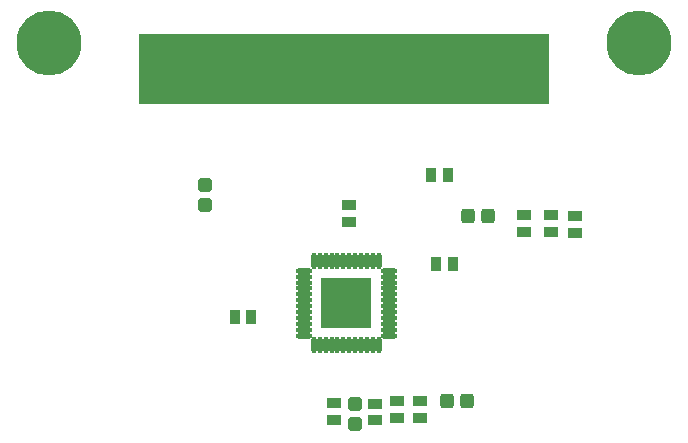
<source format=gts>
G04*
G04 #@! TF.GenerationSoftware,Altium Limited,Altium Designer,22.7.1 (60)*
G04*
G04 Layer_Color=8388736*
%FSLAX25Y25*%
%MOIN*%
G70*
G04*
G04 #@! TF.SameCoordinates,AD343771-C5E9-4EEF-B234-C8D92CA984D8*
G04*
G04*
G04 #@! TF.FilePolarity,Negative*
G04*
G01*
G75*
%ADD24R,1.37008X0.23524*%
%ADD25O,0.05524X0.01784*%
%ADD26O,0.01784X0.05524*%
%ADD27R,0.16942X0.16942*%
%ADD28R,0.04540X0.03753*%
%ADD29R,0.03753X0.04540*%
G04:AMPARAMS|DCode=30|XSize=47.37mil|YSize=43.43mil|CornerRadius=8.43mil|HoleSize=0mil|Usage=FLASHONLY|Rotation=0.000|XOffset=0mil|YOffset=0mil|HoleType=Round|Shape=RoundedRectangle|*
%AMROUNDEDRECTD30*
21,1,0.04737,0.02657,0,0,0.0*
21,1,0.03051,0.04343,0,0,0.0*
1,1,0.01686,0.01526,-0.01329*
1,1,0.01686,-0.01526,-0.01329*
1,1,0.01686,-0.01526,0.01329*
1,1,0.01686,0.01526,0.01329*
%
%ADD30ROUNDEDRECTD30*%
%ADD31R,0.03556X0.17335*%
%ADD32R,0.03556X0.17335*%
G04:AMPARAMS|DCode=33|XSize=47.37mil|YSize=43.43mil|CornerRadius=8.43mil|HoleSize=0mil|Usage=FLASHONLY|Rotation=270.000|XOffset=0mil|YOffset=0mil|HoleType=Round|Shape=RoundedRectangle|*
%AMROUNDEDRECTD33*
21,1,0.04737,0.02657,0,0,270.0*
21,1,0.03051,0.04343,0,0,270.0*
1,1,0.01686,-0.01329,-0.01526*
1,1,0.01686,-0.01329,0.01526*
1,1,0.01686,0.01329,0.01526*
1,1,0.01686,0.01329,-0.01526*
%
%ADD33ROUNDEDRECTD33*%
%ADD34C,0.21666*%
%ADD35C,0.02200*%
%ADD36C,0.03200*%
D24*
X425295Y381456D02*
D03*
D25*
X440075Y292673D02*
D03*
Y294642D02*
D03*
Y296610D02*
D03*
Y298579D02*
D03*
Y300547D02*
D03*
Y302516D02*
D03*
Y304484D02*
D03*
Y306453D02*
D03*
Y308421D02*
D03*
Y310390D02*
D03*
Y312358D02*
D03*
Y314327D02*
D03*
X411925D02*
D03*
Y312358D02*
D03*
Y310390D02*
D03*
Y308421D02*
D03*
Y306453D02*
D03*
Y304484D02*
D03*
Y302516D02*
D03*
Y300547D02*
D03*
Y298579D02*
D03*
Y296610D02*
D03*
Y294642D02*
D03*
Y292673D02*
D03*
D26*
X436827Y317575D02*
D03*
X434858D02*
D03*
X432890D02*
D03*
X430921D02*
D03*
X428953D02*
D03*
X426984D02*
D03*
X425016D02*
D03*
X423047D02*
D03*
X421079D02*
D03*
X419110D02*
D03*
X417142D02*
D03*
X415173D02*
D03*
Y289425D02*
D03*
X417142D02*
D03*
X419110D02*
D03*
X421079D02*
D03*
X423047D02*
D03*
X425016D02*
D03*
X426984D02*
D03*
X428953D02*
D03*
X430921D02*
D03*
X432890D02*
D03*
X434858D02*
D03*
X436827D02*
D03*
D27*
X426000Y303500D02*
D03*
D28*
X502319Y332500D02*
D03*
Y326988D02*
D03*
X494319Y332756D02*
D03*
Y327244D02*
D03*
X485319Y332756D02*
D03*
Y327244D02*
D03*
X450500Y265244D02*
D03*
Y270756D02*
D03*
X443000Y265244D02*
D03*
Y270756D02*
D03*
X427000Y330744D02*
D03*
Y336256D02*
D03*
X422000Y270256D02*
D03*
Y264744D02*
D03*
X435719Y264462D02*
D03*
Y269973D02*
D03*
D29*
X454365Y346296D02*
D03*
X459877D02*
D03*
X461516Y316500D02*
D03*
X456004D02*
D03*
X388744Y299000D02*
D03*
X394256D02*
D03*
D30*
X379000Y342834D02*
D03*
Y336141D02*
D03*
X428953Y269847D02*
D03*
Y263154D02*
D03*
D31*
X380020Y378454D02*
D03*
X387894D02*
D03*
X399705D02*
D03*
X372146D02*
D03*
X391831D02*
D03*
X383957D02*
D03*
X376083D02*
D03*
X368209D02*
D03*
X395768D02*
D03*
X411516D02*
D03*
X407579D02*
D03*
X403642D02*
D03*
X360335D02*
D03*
X490256D02*
D03*
X486319D02*
D03*
X458760D02*
D03*
X470571D02*
D03*
X482382D02*
D03*
X462697D02*
D03*
X478445D02*
D03*
X474508D02*
D03*
X466634D02*
D03*
X454823D02*
D03*
X450886D02*
D03*
X435138D02*
D03*
X415453D02*
D03*
X431201D02*
D03*
X423327D02*
D03*
X427264D02*
D03*
X439075D02*
D03*
D32*
X364272D02*
D03*
X419390D02*
D03*
D33*
X466347Y270756D02*
D03*
X459654D02*
D03*
X466653Y332500D02*
D03*
X473347D02*
D03*
D34*
X326870Y390265D02*
D03*
X523721D02*
D03*
D35*
X332683Y384452D02*
D03*
X335091Y390265D02*
D03*
X332683Y396078D02*
D03*
X326870Y398486D02*
D03*
D03*
X321057Y396078D02*
D03*
X318649Y390265D02*
D03*
X321057Y384452D02*
D03*
X326870Y382045D02*
D03*
X529533Y384452D02*
D03*
X531941Y390265D02*
D03*
X529533Y396078D02*
D03*
X523721Y398486D02*
D03*
D03*
X517907Y396078D02*
D03*
X515500Y390265D02*
D03*
X517907Y384452D02*
D03*
X523721Y382045D02*
D03*
D36*
X432496Y297004D02*
D03*
X428165D02*
D03*
X423835D02*
D03*
X419504D02*
D03*
X432496Y301335D02*
D03*
X428165D02*
D03*
X423835D02*
D03*
X419504D02*
D03*
X432496Y305665D02*
D03*
X428165D02*
D03*
X423835D02*
D03*
X419504D02*
D03*
X432496Y309996D02*
D03*
X428165D02*
D03*
X423835D02*
D03*
X419504D02*
D03*
M02*

</source>
